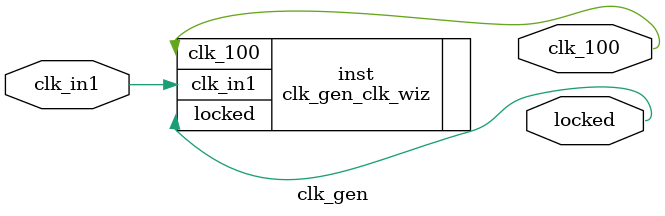
<source format=v>


`timescale 1ps/1ps

(* CORE_GENERATION_INFO = "clk_gen,clk_wiz_v6_0_6_0_0,{component_name=clk_gen,use_phase_alignment=true,use_min_o_jitter=false,use_max_i_jitter=false,use_dyn_phase_shift=false,use_inclk_switchover=false,use_dyn_reconfig=false,enable_axi=0,feedback_source=FDBK_AUTO,PRIMITIVE=MMCM,num_out_clk=1,clkin1_period=8.000,clkin2_period=10.000,use_power_down=false,use_reset=false,use_locked=true,use_inclk_stopped=false,feedback_type=SINGLE,CLOCK_MGR_TYPE=NA,manual_override=false}" *)

module clk_gen 
 (
  // Clock out ports
  output        clk_100,
  // Status and control signals
  output        locked,
 // Clock in ports
  input         clk_in1
 );

  clk_gen_clk_wiz inst
  (
  // Clock out ports  
  .clk_100(clk_100),
  // Status and control signals               
  .locked(locked),
 // Clock in ports
  .clk_in1(clk_in1)
  );

endmodule

</source>
